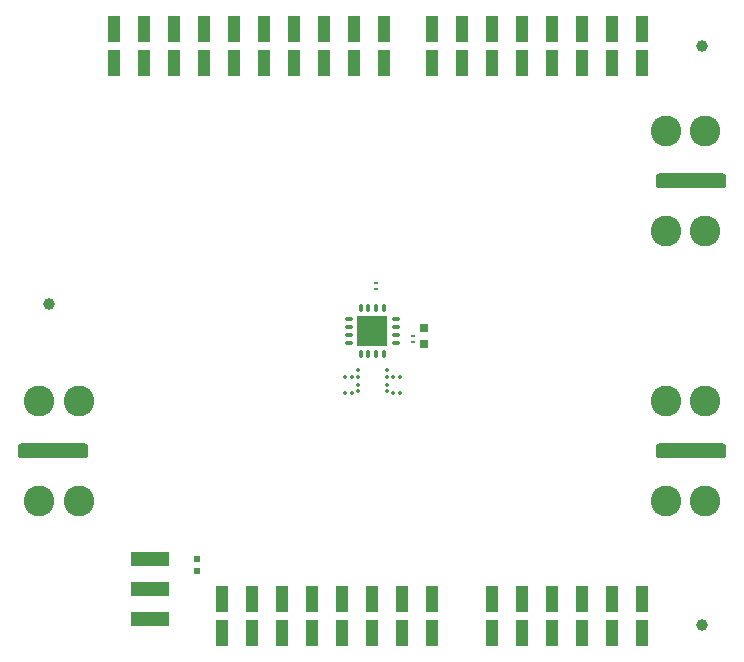
<source format=gtp>
G04*
G04 #@! TF.GenerationSoftware,Altium Limited,Altium Designer,21.3.2 (30)*
G04*
G04 Layer_Color=8421504*
%FSLAX24Y24*%
%MOIN*%
G70*
G04*
G04 #@! TF.SameCoordinates,F3A22827-C8A6-453D-B49C-89BDF9855147*
G04*
G04*
G04 #@! TF.FilePolarity,Positive*
G04*
G01*
G75*
%ADD17C,0.1024*%
G04:AMPARAMS|DCode=18|XSize=11.8mil|YSize=10.6mil|CornerRadius=2.7mil|HoleSize=0mil|Usage=FLASHONLY|Rotation=270.000|XOffset=0mil|YOffset=0mil|HoleType=Round|Shape=RoundedRectangle|*
%AMROUNDEDRECTD18*
21,1,0.0118,0.0053,0,0,270.0*
21,1,0.0065,0.0106,0,0,270.0*
1,1,0.0053,-0.0027,-0.0032*
1,1,0.0053,-0.0027,0.0032*
1,1,0.0053,0.0027,0.0032*
1,1,0.0053,0.0027,-0.0032*
%
%ADD18ROUNDEDRECTD18*%
G04:AMPARAMS|DCode=19|XSize=11.8mil|YSize=10.6mil|CornerRadius=2.7mil|HoleSize=0mil|Usage=FLASHONLY|Rotation=0.000|XOffset=0mil|YOffset=0mil|HoleType=Round|Shape=RoundedRectangle|*
%AMROUNDEDRECTD19*
21,1,0.0118,0.0053,0,0,0.0*
21,1,0.0065,0.0106,0,0,0.0*
1,1,0.0053,0.0032,-0.0027*
1,1,0.0053,-0.0032,-0.0027*
1,1,0.0053,-0.0032,0.0027*
1,1,0.0053,0.0032,0.0027*
%
%ADD19ROUNDEDRECTD19*%
%ADD20R,0.0217X0.0236*%
%ADD21C,0.0394*%
%ADD22R,0.0402X0.0862*%
%ADD23R,0.1252X0.0500*%
G04:AMPARAMS|DCode=24|XSize=236.2mil|YSize=50mil|CornerRadius=12.5mil|HoleSize=0mil|Usage=FLASHONLY|Rotation=180.000|XOffset=0mil|YOffset=0mil|HoleType=Round|Shape=RoundedRectangle|*
%AMROUNDEDRECTD24*
21,1,0.2362,0.0250,0,0,180.0*
21,1,0.2112,0.0500,0,0,180.0*
1,1,0.0250,-0.1056,0.0125*
1,1,0.0250,0.1056,0.0125*
1,1,0.0250,0.1056,-0.0125*
1,1,0.0250,-0.1056,-0.0125*
%
%ADD24ROUNDEDRECTD24*%
%ADD25R,0.0118X0.0106*%
%ADD26R,0.0315X0.0295*%
%ADD27O,0.0118X0.0315*%
%ADD28O,0.0315X0.0118*%
%ADD29R,0.1043X0.1043*%
D17*
X23106Y14125D02*
D03*
X21795D02*
D03*
X23106Y17475D02*
D03*
X21795D02*
D03*
X23099Y5125D02*
D03*
X21788D02*
D03*
X23099Y8475D02*
D03*
X21788D02*
D03*
X900D02*
D03*
X2211D02*
D03*
X900Y5125D02*
D03*
X2211D02*
D03*
D18*
X12686Y8733D02*
D03*
X12911D02*
D03*
X11311D02*
D03*
X11087D02*
D03*
Y9274D02*
D03*
X11311D02*
D03*
X12911D02*
D03*
X12686D02*
D03*
D19*
X11522Y9016D02*
D03*
Y8791D02*
D03*
X12478Y9016D02*
D03*
Y8791D02*
D03*
X11522Y9494D02*
D03*
Y9270D02*
D03*
X12478Y9494D02*
D03*
Y9270D02*
D03*
D20*
X6156Y2808D02*
D03*
Y3202D02*
D03*
D21*
X22986Y1000D02*
D03*
X23000Y20300D02*
D03*
X1213Y11706D02*
D03*
D22*
X19000Y20877D02*
D03*
X15000D02*
D03*
X19000Y19723D02*
D03*
X15000D02*
D03*
X20000Y20877D02*
D03*
X21000D02*
D03*
X16000D02*
D03*
X17000D02*
D03*
X14000D02*
D03*
X20000Y19723D02*
D03*
X21000D02*
D03*
X16000Y19723D02*
D03*
X17000Y19723D02*
D03*
X14000D02*
D03*
X18000Y20877D02*
D03*
Y19723D02*
D03*
X10400Y20877D02*
D03*
X6400D02*
D03*
X10400Y19723D02*
D03*
X6400Y19723D02*
D03*
X12400Y20877D02*
D03*
X11400D02*
D03*
X8400D02*
D03*
X7400D02*
D03*
X5400D02*
D03*
X4400D02*
D03*
X12400Y19723D02*
D03*
X11400D02*
D03*
X8400D02*
D03*
X7400D02*
D03*
X5400D02*
D03*
X4400Y19723D02*
D03*
X9400Y20877D02*
D03*
X3400D02*
D03*
X9400Y19723D02*
D03*
X3400D02*
D03*
X9000Y723D02*
D03*
X13000D02*
D03*
X9000Y1877D02*
D03*
X13000D02*
D03*
X8000Y723D02*
D03*
X7000D02*
D03*
X12000D02*
D03*
X11000D02*
D03*
X14000D02*
D03*
X8000Y1877D02*
D03*
X7000D02*
D03*
X12000Y1877D02*
D03*
X11000Y1877D02*
D03*
X14000D02*
D03*
X10000Y723D02*
D03*
Y1877D02*
D03*
X18000Y723D02*
D03*
Y1877D02*
D03*
X16000Y723D02*
D03*
X17000D02*
D03*
X20000D02*
D03*
X21000D02*
D03*
X16000Y1877D02*
D03*
X17000D02*
D03*
X20000D02*
D03*
X21000D02*
D03*
X19000Y723D02*
D03*
X19000Y1877D02*
D03*
D23*
X4606Y1207D02*
D03*
Y3207D02*
D03*
Y2207D02*
D03*
D24*
X22634Y15800D02*
D03*
X22627Y6800D02*
D03*
X1372D02*
D03*
D25*
X13350Y10643D02*
D03*
Y10418D02*
D03*
X12128Y12412D02*
D03*
Y12188D02*
D03*
D26*
X13723Y10360D02*
D03*
Y10891D02*
D03*
D27*
X11616Y10022D02*
D03*
X11872D02*
D03*
X12128D02*
D03*
X12384D02*
D03*
Y11578D02*
D03*
X12128D02*
D03*
X11872D02*
D03*
X11616D02*
D03*
D28*
X12778Y10416D02*
D03*
Y10672D02*
D03*
Y10928D02*
D03*
Y11184D02*
D03*
X11222D02*
D03*
Y10928D02*
D03*
Y10672D02*
D03*
Y10416D02*
D03*
D29*
X12000Y10800D02*
D03*
M02*

</source>
